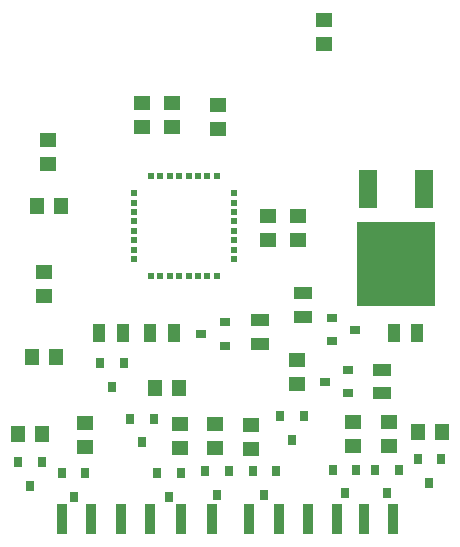
<source format=gbr>
%FSLAX34Y34*%
%MOMM*%
%LNSMDMASK_TOP*%
G71*
G01*
%ADD10R, 1.55X1.00*%
%ADD11R, 1.00X1.55*%
%ADD12R, 1.45X1.16*%
%ADD13R, 1.63X3.25*%
%ADD14R, 6.60X7.11*%
%ADD15R, 1.16X1.45*%
%ADD16R, 0.90X2.50*%
%ADD17R, 0.80X0.90*%
%ADD18R, 0.90X0.80*%
%ADD19R, 0.50X0.50*%
%LPD*%
X63180Y-280996D02*
G54D10*
D03*
X63180Y-260996D02*
G54D10*
D03*
X27170Y-303996D02*
G54D10*
D03*
X27170Y-283996D02*
G54D10*
D03*
X130180Y-326006D02*
G54D10*
D03*
X130180Y-346006D02*
G54D10*
D03*
X-108830Y-294996D02*
G54D11*
D03*
X-88830Y-294996D02*
G54D11*
D03*
X-65830Y-294996D02*
G54D11*
D03*
X-45830Y-294996D02*
G54D11*
D03*
X160180Y-294996D02*
G54D11*
D03*
X140180Y-294996D02*
G54D11*
D03*
X59170Y-195836D02*
G54D12*
D03*
X59170Y-216156D02*
G54D12*
D03*
X81170Y-50156D02*
G54D12*
D03*
X81170Y-29836D02*
G54D12*
D03*
X-152830Y-152166D02*
G54D12*
D03*
X-152830Y-131846D02*
G54D12*
D03*
X-8830Y-101846D02*
G54D12*
D03*
X-8830Y-122166D02*
G54D12*
D03*
X-72830Y-120156D02*
G54D12*
D03*
X-72830Y-99836D02*
G54D12*
D03*
X165540Y-173246D02*
G54D13*
D03*
X118810Y-173246D02*
G54D13*
D03*
X142170Y-236746D02*
G54D14*
D03*
X34170Y-216156D02*
G54D12*
D03*
X34170Y-195836D02*
G54D12*
D03*
X-177990Y-379996D02*
G54D15*
D03*
X-157670Y-379996D02*
G54D15*
D03*
X161010Y-379006D02*
G54D15*
D03*
X181330Y-379006D02*
G54D15*
D03*
X136170Y-369836D02*
G54D12*
D03*
X136170Y-390156D02*
G54D12*
D03*
X106170Y-369836D02*
G54D12*
D03*
X106170Y-390156D02*
G54D12*
D03*
X-40830Y-371836D02*
G54D12*
D03*
X-40830Y-392156D02*
G54D12*
D03*
X19170Y-372846D02*
G54D12*
D03*
X19170Y-393166D02*
G54D12*
D03*
X-41670Y-340996D02*
G54D15*
D03*
X-61990Y-340996D02*
G54D15*
D03*
X-10830Y-371836D02*
G54D12*
D03*
X-10830Y-392156D02*
G54D12*
D03*
X58170Y-317836D02*
G54D12*
D03*
X58170Y-338156D02*
G54D12*
D03*
X-120820Y-370836D02*
G54D12*
D03*
X-120820Y-391156D02*
G54D12*
D03*
X-165990Y-314996D02*
G54D15*
D03*
X-145670Y-314996D02*
G54D15*
D03*
X-161990Y-186996D02*
G54D15*
D03*
X-141670Y-186996D02*
G54D15*
D03*
X-47830Y-99836D02*
G54D12*
D03*
X-47830Y-120156D02*
G54D12*
D03*
X-155830Y-242836D02*
G54D12*
D03*
X-155830Y-263156D02*
G54D12*
D03*
X-140966Y-452491D02*
G54D16*
D03*
X-115956Y-452481D02*
G54D16*
D03*
X-90956Y-452481D02*
G54D16*
D03*
X-65966Y-452491D02*
G54D16*
D03*
X-39956Y-452481D02*
G54D16*
D03*
X-13976Y-452481D02*
G54D16*
D03*
X18034Y-452481D02*
G54D16*
D03*
X43024Y-452481D02*
G54D16*
D03*
X92044Y-452481D02*
G54D16*
D03*
X68014Y-452481D02*
G54D16*
D03*
X115034Y-452481D02*
G54D16*
D03*
X140024Y-452481D02*
G54D16*
D03*
X180570Y-401586D02*
G54D17*
D03*
X160570Y-401586D02*
G54D17*
D03*
X170570Y-421586D02*
G54D17*
D03*
X144780Y-410596D02*
G54D17*
D03*
X124780Y-410596D02*
G54D17*
D03*
X134780Y-430596D02*
G54D17*
D03*
X108760Y-410596D02*
G54D17*
D03*
X88760Y-410596D02*
G54D17*
D03*
X98760Y-430596D02*
G54D17*
D03*
X40780Y-411586D02*
G54D17*
D03*
X20780Y-411586D02*
G54D17*
D03*
X30780Y-431586D02*
G54D17*
D03*
X450Y-411906D02*
G54D17*
D03*
X-19550Y-411906D02*
G54D17*
D03*
X-9550Y-431906D02*
G54D17*
D03*
X-39830Y-413416D02*
G54D17*
D03*
X-59830Y-413416D02*
G54D17*
D03*
X-49830Y-433416D02*
G54D17*
D03*
X-120820Y-413416D02*
G54D17*
D03*
X-140820Y-413416D02*
G54D17*
D03*
X-130820Y-433416D02*
G54D17*
D03*
X-157410Y-404416D02*
G54D17*
D03*
X-177410Y-404416D02*
G54D17*
D03*
X-167410Y-424416D02*
G54D17*
D03*
X-62830Y-367406D02*
G54D17*
D03*
X-82830Y-367406D02*
G54D17*
D03*
X-72830Y-387406D02*
G54D17*
D03*
X64170Y-365426D02*
G54D17*
D03*
X44170Y-365426D02*
G54D17*
D03*
X54170Y-385426D02*
G54D17*
D03*
X101680Y-345996D02*
G54D18*
D03*
X101680Y-325996D02*
G54D18*
D03*
X81680Y-335996D02*
G54D18*
D03*
X87670Y-281997D02*
G54D18*
D03*
X87670Y-301996D02*
G54D18*
D03*
X107670Y-291996D02*
G54D18*
D03*
X-2721Y-305527D02*
G54D18*
D03*
X-2721Y-285527D02*
G54D18*
D03*
X-22721Y-295527D02*
G54D18*
D03*
X-88320Y-320506D02*
G54D17*
D03*
X-108320Y-320506D02*
G54D17*
D03*
X-98320Y-340506D02*
G54D17*
D03*
X-79908Y-176374D02*
G54D19*
D03*
X-79908Y-184374D02*
G54D19*
D03*
X-79908Y-192374D02*
G54D19*
D03*
X-79908Y-200374D02*
G54D19*
D03*
X-79908Y-208374D02*
G54D19*
D03*
X-79908Y-216374D02*
G54D19*
D03*
X-79908Y-224374D02*
G54D19*
D03*
X-79908Y-232374D02*
G54D19*
D03*
X-9408Y-161874D02*
G54D19*
D03*
X-17408Y-161874D02*
G54D19*
D03*
X-25408Y-161874D02*
G54D19*
D03*
X-33408Y-161874D02*
G54D19*
D03*
X-41408Y-161874D02*
G54D19*
D03*
X-49408Y-161874D02*
G54D19*
D03*
X-57408Y-161874D02*
G54D19*
D03*
X-65408Y-161874D02*
G54D19*
D03*
X5092Y-232374D02*
G54D19*
D03*
X5092Y-224374D02*
G54D19*
D03*
X5092Y-216374D02*
G54D19*
D03*
X5092Y-208374D02*
G54D19*
D03*
X5092Y-200374D02*
G54D19*
D03*
X5092Y-192374D02*
G54D19*
D03*
X5092Y-184374D02*
G54D19*
D03*
X5092Y-176374D02*
G54D19*
D03*
X-65408Y-246874D02*
G54D19*
D03*
X-57408Y-246874D02*
G54D19*
D03*
X-49408Y-246874D02*
G54D19*
D03*
X-41408Y-246874D02*
G54D19*
D03*
X-33408Y-246874D02*
G54D19*
D03*
X-25408Y-246874D02*
G54D19*
D03*
X-17408Y-246874D02*
G54D19*
D03*
X-9408Y-246874D02*
G54D19*
D03*
M02*

</source>
